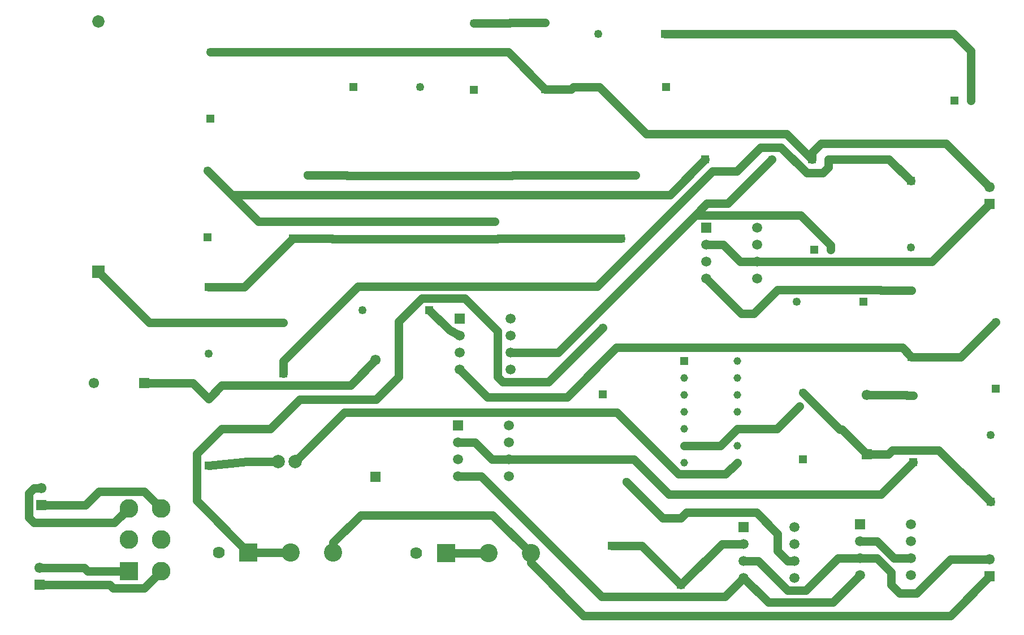
<source format=gbl>
G04*
G04 #@! TF.GenerationSoftware,Altium Limited,Altium Designer,24.2.2 (26)*
G04*
G04 Layer_Physical_Order=2*
G04 Layer_Color=16711680*
%FSLAX44Y44*%
%MOMM*%
G71*
G04*
G04 #@! TF.SameCoordinates,05489E15-EFDB-45E7-883C-6F787DBF9D26*
G04*
G04*
G04 #@! TF.FilePolarity,Positive*
G04*
G01*
G75*
%ADD16R,1.2500X1.2500*%
%ADD17C,1.2500*%
%ADD20R,1.2000X1.2000*%
%ADD21C,1.2000*%
%ADD22R,1.2500X1.2500*%
%ADD23R,1.5500X1.5500*%
%ADD24C,1.5500*%
%ADD25R,2.8000X2.8000*%
%ADD26C,2.8000*%
%ADD27R,1.5500X1.5500*%
%ADD32R,2.7300X2.7300*%
%ADD33C,2.7300*%
%ADD34C,1.7800*%
%ADD35R,1.3000X1.3000*%
%ADD36C,1.3000*%
%ADD37R,1.8500X1.8500*%
%ADD38C,1.8500*%
%ADD39R,1.2000X1.2000*%
%ADD40C,2.0000*%
%ADD42C,1.2700*%
%ADD43C,1.5000*%
%ADD44R,1.5000X1.5000*%
%ADD45C,1.1700*%
%ADD46R,1.1700X1.1700*%
%ADD47C,1.0160*%
D16*
X1471930Y216700D02*
D03*
X1356360Y276390D02*
D03*
X300990Y538950D02*
D03*
X891540Y377990D02*
D03*
X1353820Y433870D02*
D03*
X300990Y271310D02*
D03*
X1479550Y386410D02*
D03*
X805180Y835190D02*
D03*
X698500Y833920D02*
D03*
X299720Y612940D02*
D03*
X303530Y790740D02*
D03*
X1191260Y280200D02*
D03*
X1352550Y697700D02*
D03*
X1008380Y92240D02*
D03*
D17*
X1471930Y316700D02*
D03*
X1356360Y376390D02*
D03*
X300990Y438950D02*
D03*
X531660Y504190D02*
D03*
X891540Y477990D02*
D03*
X1353820Y533870D02*
D03*
X300990Y371310D02*
D03*
X1479550Y486410D02*
D03*
X1181900Y516890D02*
D03*
X805180Y935190D02*
D03*
X885990Y838200D02*
D03*
X698500Y933920D02*
D03*
X299720Y712940D02*
D03*
X884720Y918210D02*
D03*
X617690Y838200D02*
D03*
X303530Y890740D02*
D03*
X1191260Y380200D02*
D03*
X1352550Y597700D02*
D03*
X1144740Y730250D02*
D03*
X1008380Y192240D02*
D03*
D20*
X412750Y408880D02*
D03*
D21*
Y485140D02*
D03*
X1229360Y730250D02*
D03*
X1232770Y594360D02*
D03*
X1442520Y817880D02*
D03*
D22*
X631660Y504190D02*
D03*
X1281900Y516890D02*
D03*
X985990Y838200D02*
D03*
X984720Y918210D02*
D03*
X517690Y838200D02*
D03*
X1044740Y730250D02*
D03*
D23*
X204470Y394970D02*
D03*
D24*
X1470660Y688340D02*
D03*
X129470Y394970D02*
D03*
X551180Y429130D02*
D03*
X1470660Y130810D02*
D03*
X1286510Y377140D02*
D03*
X48260Y118110D02*
D03*
X50800Y237490D02*
D03*
D25*
X181610Y113020D02*
D03*
D26*
Y160020D02*
D03*
Y207020D02*
D03*
X229910Y113020D02*
D03*
Y160020D02*
D03*
Y207020D02*
D03*
D27*
X1470660Y662940D02*
D03*
X551180Y254130D02*
D03*
X1470660Y105410D02*
D03*
X1286510Y288340D02*
D03*
X48260Y92710D02*
D03*
X50800Y212090D02*
D03*
D32*
X656590Y139700D02*
D03*
X360680Y140970D02*
D03*
D33*
X720090Y139700D02*
D03*
X783590D02*
D03*
X424180Y140970D02*
D03*
X487680D02*
D03*
D34*
X612090Y139700D02*
D03*
X316180Y140970D02*
D03*
D35*
X796720Y611630D02*
D03*
X670990Y610360D02*
D03*
X545260D02*
D03*
X427150Y611630D02*
D03*
X918640D02*
D03*
X905100Y151380D02*
D03*
D36*
X818720Y706630D02*
D03*
X692990Y705360D02*
D03*
X567260D02*
D03*
X449150Y706630D02*
D03*
X940640D02*
D03*
X927100Y246380D02*
D03*
D37*
X135890Y561800D02*
D03*
D38*
Y936800D02*
D03*
D39*
X1204360Y730250D02*
D03*
X1207770Y594360D02*
D03*
X1417520Y817880D02*
D03*
D40*
X405130Y276860D02*
D03*
X430530D02*
D03*
D42*
X1029750Y646430D02*
X1047275Y663956D01*
X354470Y538950D02*
X427150Y611630D01*
X300990Y538950D02*
X354470D01*
X753110Y440690D02*
X824009D01*
X1029750Y646430D01*
X1187450D01*
X1232770Y601110D01*
Y594360D02*
Y601110D01*
X1047275Y663956D02*
X1078446D01*
X1144740Y730250D01*
X1067130Y300990D02*
X1092530Y326390D01*
X1013130Y300990D02*
X1067130D01*
X749630Y890740D02*
X805180Y835190D01*
X303530Y890740D02*
X749630D01*
X1411478Y46228D02*
X1470660Y105410D01*
X862651Y46228D02*
X1411478D01*
X783590Y125288D02*
X862651Y46228D01*
X783590Y125288D02*
Y139700D01*
X204470Y394970D02*
X277330D01*
X300990Y371310D01*
X513150Y391100D02*
X551180Y429130D01*
X320780Y391100D02*
X513150D01*
X300990Y371310D02*
X320780Y391100D01*
X1073912Y74422D02*
X1102360Y102870D01*
X889762Y74422D02*
X1073912D01*
X708914Y255270D02*
X889762Y74422D01*
X674370Y255270D02*
X708914D01*
X1411732Y130810D02*
X1470660D01*
X1360932Y80010D02*
X1411732Y130810D01*
X1335532Y80010D02*
X1360932D01*
X1322832Y92710D02*
X1335532Y80010D01*
X1322832Y92710D02*
Y111252D01*
X1302004Y132080D02*
X1322832Y111252D01*
X1276350Y132080D02*
X1302004D01*
X204266Y232664D02*
X229910Y207020D01*
X136652Y232664D02*
X204266D01*
X116078Y212090D02*
X136652Y232664D01*
X50800Y212090D02*
X116078D01*
X949240Y151380D02*
X1008380Y92240D01*
X905100Y151380D02*
X949240D01*
X1168400Y128270D02*
X1178560D01*
X1153160Y143510D02*
X1168400Y128270D01*
X1153160Y143510D02*
Y168910D01*
X1121410Y200660D02*
X1153160Y168910D01*
X1016800Y200660D02*
X1121410D01*
X1008380Y192240D02*
X1016800Y200660D01*
X927100Y246380D02*
X981240Y192240D01*
X1008380D01*
X1286510Y377140D02*
X1345715D01*
X1346466Y376390D01*
X1356360D01*
X358610Y276860D02*
X405130D01*
X300990Y271310D02*
X358610Y276860D01*
X119898Y113020D02*
X181610D01*
X114808Y118110D02*
X119898Y113020D01*
X48260Y118110D02*
X114808D01*
X335496Y677164D02*
X375628Y637032D01*
X729234D01*
X299720Y712940D02*
X335496Y677164D01*
X991654D01*
X1044740Y730250D01*
X1427010Y433870D02*
X1479550Y486410D01*
X1353820Y433870D02*
X1427010D01*
X631660Y504190D02*
X661670Y474180D01*
X676910Y466090D01*
X1229360Y718312D02*
Y730250D01*
X1220470Y709422D02*
X1229360Y718312D01*
X1196848Y709422D02*
X1220470D01*
X1158240Y748030D02*
X1196848Y709422D01*
X1126998Y748030D02*
X1158240D01*
X1091438Y712470D02*
X1126998Y748030D01*
X1055624Y712470D02*
X1091438D01*
X882904Y539750D02*
X1055624Y712470D01*
X524510Y539750D02*
X882904D01*
X412750Y427990D02*
X524510Y539750D01*
X412750Y408880D02*
Y427990D01*
X676910Y415290D02*
X718820Y373380D01*
X837438D01*
X911860Y447802D01*
X1339888D01*
X1353820Y433870D01*
X283210Y218440D02*
X360680Y140970D01*
X283210Y218440D02*
Y289052D01*
X320802Y326644D01*
X393700D01*
X437642Y370586D01*
X551688D01*
X585470Y404368D01*
Y487172D01*
X620268Y521970D01*
X684410D01*
X734060Y472320D01*
Y403860D02*
Y472320D01*
Y403860D02*
X741680Y396240D01*
X809790D01*
X891540Y477990D01*
X39370Y237490D02*
X50800D01*
X31496Y229616D02*
X39370Y237490D01*
X31496Y193294D02*
Y229616D01*
Y193294D02*
X39370Y185420D01*
X160010D01*
X181610Y207020D01*
X1152144Y326390D02*
X1185926Y360172D01*
X1092530Y326390D02*
X1152144D01*
X430530Y276860D02*
X504190Y350520D01*
X912360D01*
X1004570Y258310D01*
X1075250D01*
X1092530Y275590D01*
X885990Y838200D02*
X956137Y768053D01*
X1166556D01*
X1204360Y730250D01*
X796720Y611630D02*
X918640D01*
X1308062Y228092D02*
X1356360Y276390D01*
X990508Y228092D02*
X1308062D01*
X937930Y280670D02*
X990508Y228092D01*
X750570Y280670D02*
X937930D01*
X1442520Y817880D02*
Y892810D01*
X1417120Y918210D02*
X1442520Y892810D01*
X984720Y918210D02*
X1417120D01*
X1243210Y132080D02*
X1276350D01*
X1195070Y83940D02*
X1243210Y132080D01*
X1168280Y83940D02*
X1195070D01*
X1123950Y128270D02*
X1168280Y83940D01*
X1102360Y128270D02*
X1123950D01*
X1249222Y325628D02*
X1286510Y288340D01*
X1245832Y325628D02*
X1249222D01*
X1191260Y380200D02*
X1245832Y325628D01*
X1008380Y92240D02*
X1069810Y153670D01*
X1102360D01*
X135890Y561800D02*
X212550Y485140D01*
X412750D01*
X1229360Y730250D02*
X1320000D01*
X1352550Y697700D01*
X1122680Y576580D02*
X1384300D01*
X1470660Y662940D01*
X1404874Y754126D02*
X1470660Y688340D01*
X1218076Y754126D02*
X1404874D01*
X1204360Y740410D02*
X1218076Y754126D01*
X1204360Y730250D02*
Y740410D01*
X48260Y92710D02*
X152654D01*
X157988Y87376D01*
X204266D01*
X229910Y113020D01*
X1046480Y551180D02*
X1098296Y499364D01*
X1117600D01*
X1152906Y534670D01*
X1306576D01*
X1307376Y533870D01*
X1353820D01*
X1235830Y66160D02*
X1276350Y106680D01*
X1139070Y66160D02*
X1235830D01*
X1102360Y102870D02*
X1139070Y66160D01*
X1394460Y294170D02*
X1471930Y216700D01*
X1324344Y294170D02*
X1394460D01*
X1318514Y288340D02*
X1324344Y294170D01*
X1286510Y288340D02*
X1318514D01*
X1327150Y132080D02*
X1352550D01*
X1301750Y157480D02*
X1327150Y132080D01*
X1276350Y157480D02*
X1301750D01*
X726186Y197104D02*
X783590Y139700D01*
X528574Y197104D02*
X726186D01*
X487680Y156210D02*
X528574Y197104D01*
X487680Y140970D02*
Y156210D01*
X545260Y610360D02*
X670990D01*
X486664D02*
X545260D01*
X485394Y611630D02*
X486664Y610360D01*
X427150Y611630D02*
X485394D01*
X734314D02*
X796720D01*
X733044Y610360D02*
X734314Y611630D01*
X670990Y610360D02*
X733044D01*
X847052Y838200D02*
X885990D01*
X844042Y835190D02*
X847052Y838200D01*
X805180Y835190D02*
X844042D01*
X752348Y935190D02*
X805180D01*
X751078Y933920D02*
X752348Y935190D01*
X698500Y933920D02*
X751078D01*
X567260Y705360D02*
X692990D01*
X508762D02*
X567260D01*
X507492Y706630D02*
X508762Y705360D01*
X449150Y706630D02*
X507492D01*
X756412D02*
X818720D01*
X755142Y705360D02*
X756412Y706630D01*
X692990Y705360D02*
X755142D01*
X818720Y706630D02*
X940640D01*
X656590Y139700D02*
X720090D01*
X1097280Y576580D02*
X1122680D01*
X1071880Y601980D02*
X1097280Y576580D01*
X1046480Y601980D02*
X1071880D01*
X360680Y140970D02*
X424180D01*
X725170Y280670D02*
X750570D01*
X699770Y306070D02*
X725170Y280670D01*
X674370Y306070D02*
X699770D01*
D43*
X750570Y255270D02*
D03*
Y280670D02*
D03*
Y306070D02*
D03*
Y331470D02*
D03*
X674370Y255270D02*
D03*
Y280670D02*
D03*
Y306070D02*
D03*
X753110Y415290D02*
D03*
Y440690D02*
D03*
Y466090D02*
D03*
Y491490D02*
D03*
X676910Y415290D02*
D03*
Y440690D02*
D03*
Y466090D02*
D03*
X1352550Y106680D02*
D03*
Y132080D02*
D03*
Y157480D02*
D03*
Y182880D02*
D03*
X1276350Y106680D02*
D03*
Y132080D02*
D03*
Y157480D02*
D03*
X1178560Y102870D02*
D03*
Y128270D02*
D03*
Y153670D02*
D03*
Y179070D02*
D03*
X1102360Y102870D02*
D03*
Y128270D02*
D03*
Y153670D02*
D03*
X1122680Y551180D02*
D03*
Y576580D02*
D03*
Y601980D02*
D03*
Y627380D02*
D03*
X1046480Y551180D02*
D03*
Y576580D02*
D03*
Y601980D02*
D03*
D44*
X674370Y331470D02*
D03*
X676910Y491490D02*
D03*
X1276350Y182880D02*
D03*
X1102360Y179070D02*
D03*
X1046480Y627380D02*
D03*
D45*
X1092530Y427990D02*
D03*
Y402590D02*
D03*
Y377190D02*
D03*
Y351790D02*
D03*
Y326390D02*
D03*
Y300990D02*
D03*
Y275590D02*
D03*
X1013130D02*
D03*
Y300990D02*
D03*
Y326390D02*
D03*
Y351790D02*
D03*
Y377190D02*
D03*
Y402590D02*
D03*
D46*
Y427990D02*
D03*
D47*
X729234Y637032D02*
D03*
X1185926Y360172D02*
D03*
M02*

</source>
